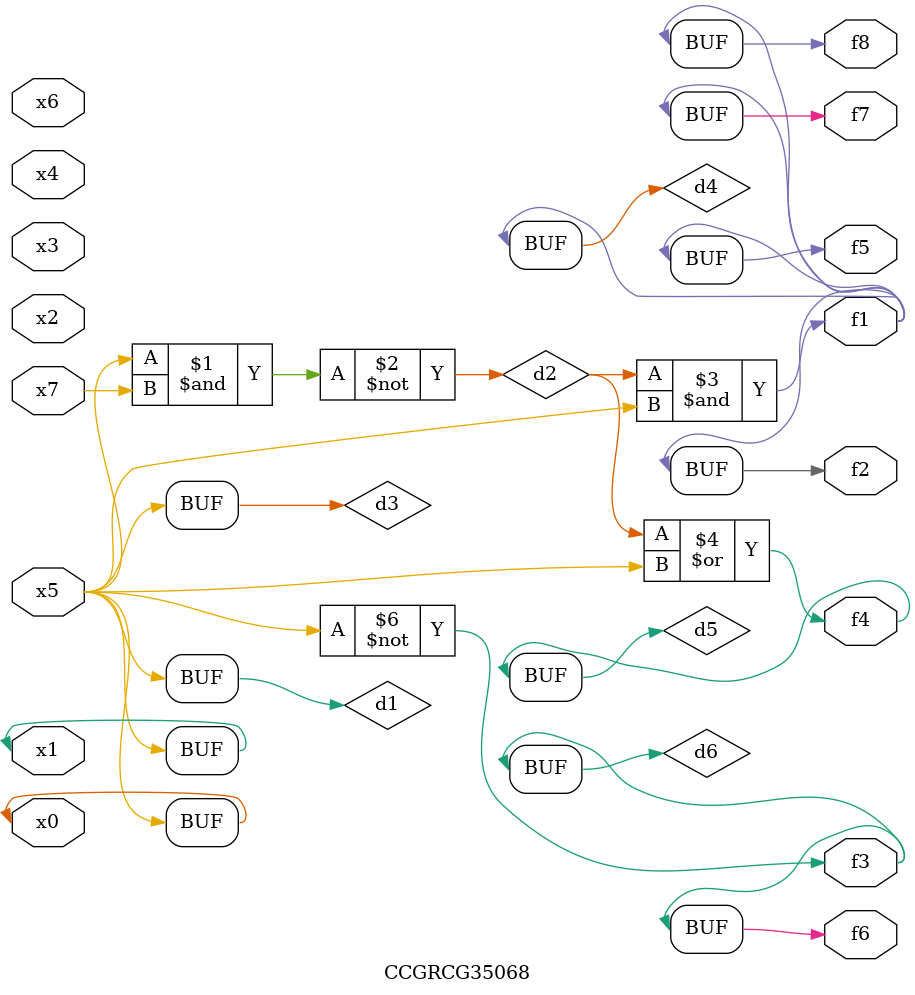
<source format=v>
module CCGRCG35068(
	input x0, x1, x2, x3, x4, x5, x6, x7,
	output f1, f2, f3, f4, f5, f6, f7, f8
);

	wire d1, d2, d3, d4, d5, d6;

	buf (d1, x0, x5);
	nand (d2, x5, x7);
	buf (d3, x0, x1);
	and (d4, d2, d3);
	or (d5, d2, d3);
	nor (d6, d1, d3);
	assign f1 = d4;
	assign f2 = d4;
	assign f3 = d6;
	assign f4 = d5;
	assign f5 = d4;
	assign f6 = d6;
	assign f7 = d4;
	assign f8 = d4;
endmodule

</source>
